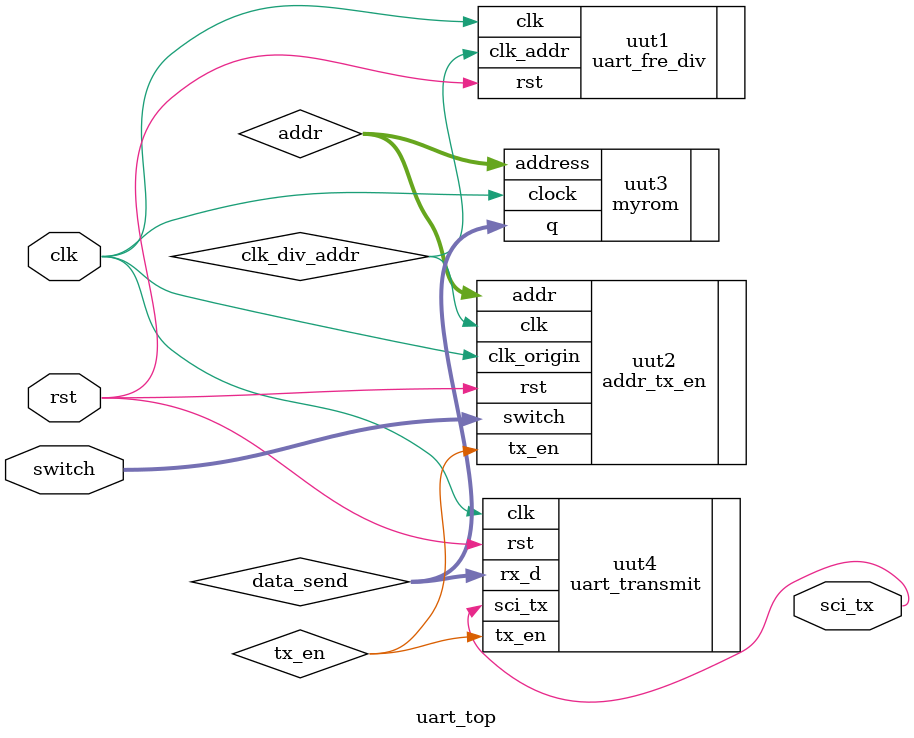
<source format=v>
`include "uart_transmit.v"
`include "uart_fre_div.v"
`include "addr_tx_en.v"
`include "myrom.v"

module uart_top(
    input clk,
    input rst,
    input [2:0] switch,
    output  sci_tx
);

wire clk_div_addr;
uart_fre_div uut1(
    .clk(clk),
    .rst(rst),
    .clk_addr(clk_div_addr)
);

wire [9:0] addr;
wire tx_en;
addr_tx_en uut2(
    .switch(switch),
    .clk_origin(clk),
    .clk(clk_div_addr),
    .rst(rst),
    .addr(addr),
    .tx_en(tx_en)
);

wire [7:0]data_send;
myrom uut3(
    .address(addr),
    .clock(clk),
    .q(data_send)
);

uart_transmit uut4(
    .clk(clk),
    .rst(rst),
    .tx_en(tx_en),
    .rx_d(data_send),
    .sci_tx(sci_tx)
);

endmodule
</source>
